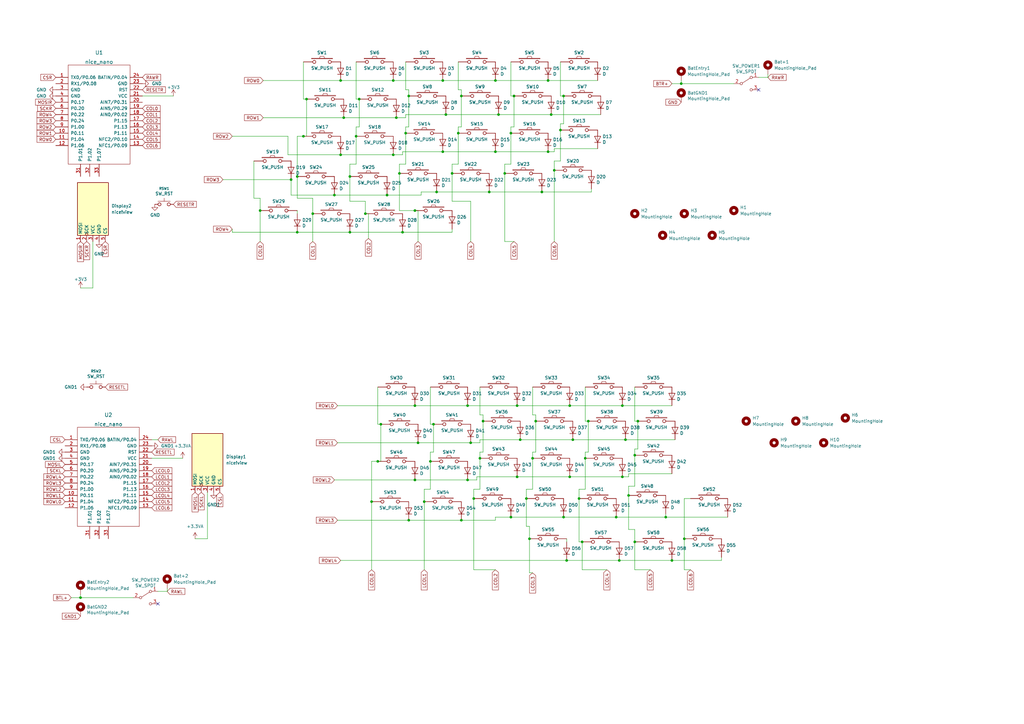
<source format=kicad_sch>
(kicad_sch (version 20211123) (generator eeschema)
  (paper "A3")
  (junction (at 161.29 63.5))
  (junction (at 255.27 166.37))
  (junction (at 170.18 166.37))
  (junction (at 232.41 229.87))
  (junction (at 128.27 87.63))
  (junction (at 163.83 71.12))
  (junction (at 198.12 172.72))
  (junction (at 124.46 55.88))
  (junction (at 173.99 205.74))
  (junction (at 273.05 212.09))
  (junction (at 119.38 73.66))
  (junction (at 217.17 220.98))
  (junction (at 233.68 166.37))
  (junction (at 252.73 212.09))
  (junction (at 161.29 33.02))
  (junction (at 143.51 72.39))
  (junction (at 146.05 55.88))
  (junction (at 167.64 213.36))
  (junction (at 240.03 187.96))
  (junction (at 162.56 48.26))
  (junction (at 200.66 78.74))
  (junction (at 224.79 33.02))
  (junction (at 233.68 195.58))
  (junction (at 166.37 54.61))
  (junction (at 260.35 186.69))
  (junction (at 165.1 95.25))
  (junction (at 106.68 86.36))
  (junction (at 176.53 189.23))
  (junction (at 167.64 39.37))
  (junction (at 213.36 180.34))
  (junction (at 147.32 40.64))
  (junction (at 137.16 80.01))
  (junction (at 181.61 33.02))
  (junction (at 158.75 80.01))
  (junction (at 275.59 229.87))
  (junction (at 257.81 203.2))
  (junction (at 279.4 34.29))
  (junction (at 209.55 54.61))
  (junction (at 193.04 181.61))
  (junction (at 237.49 204.47))
  (junction (at 143.51 95.25))
  (junction (at 182.88 46.99))
  (junction (at 121.92 95.25))
  (junction (at 256.54 180.34))
  (junction (at 212.09 166.37))
  (junction (at 261.62 172.72))
  (junction (at 254 229.87))
  (junction (at 229.87 53.34))
  (junction (at 227.33 69.85))
  (junction (at 187.96 54.61))
  (junction (at 189.23 213.36))
  (junction (at 177.8 173.99))
  (junction (at 210.82 39.37))
  (junction (at 280.67 220.98))
  (junction (at 234.95 180.34))
  (junction (at 222.25 78.74))
  (junction (at 139.7 63.5))
  (junction (at 140.97 48.26))
  (junction (at 171.45 181.61))
  (junction (at 149.86 87.63))
  (junction (at 219.71 172.72))
  (junction (at 154.94 189.23))
  (junction (at 241.3 172.72))
  (junction (at 260.35 222.25))
  (junction (at 203.2 62.23))
  (junction (at 33.02 245.11))
  (junction (at 209.55 212.09))
  (junction (at 152.4 205.74))
  (junction (at 226.06 46.99))
  (junction (at 212.09 195.58))
  (junction (at 204.47 46.99))
  (junction (at 231.14 39.37))
  (junction (at 207.01 71.12))
  (junction (at 238.76 222.25))
  (junction (at 191.77 196.85))
  (junction (at 156.21 173.99))
  (junction (at 121.92 72.39))
  (junction (at 189.23 39.37))
  (junction (at 194.31 204.47))
  (junction (at 255.27 195.58))
  (junction (at 170.18 86.36))
  (junction (at 125.73 40.64))
  (junction (at 179.07 78.74))
  (junction (at 191.77 166.37))
  (junction (at 196.85 187.96))
  (junction (at 185.42 71.12))
  (junction (at 215.9 204.47))
  (junction (at 203.2 33.02))
  (junction (at 218.44 187.96))
  (junction (at 231.14 212.09))
  (junction (at 139.7 33.02))
  (junction (at 170.18 196.85))
  (junction (at 224.79 62.23))
  (junction (at 181.61 62.23))
  (no_connect (at 64.77 247.65))
  (no_connect (at 311.15 36.83))
  (wire (pts (xy 234.95 180.34) (xy 256.54 180.34)))
  (wire (pts (xy 210.82 39.37) (xy 210.82 52.07)))
  (wire (pts (xy 64.77 180.34) (xy 62.23 180.34)))
  (wire (pts (xy 152.4 205.74) (xy 152.4 189.23)))
  (wire (pts (xy 146.05 25.4) (xy 146.05 40.64)))
  (wire (pts (xy 213.36 180.34) (xy 234.95 180.34)))
  (wire (pts (xy 314.96 31.75) (xy 314.96 30.48)))
  (wire (pts (xy 181.61 62.23) (xy 203.2 62.23)))
  (wire (pts (xy 166.37 54.61) (xy 166.37 67.31)))
  (wire (pts (xy 233.68 195.58) (xy 255.27 195.58)))
  (wire (pts (xy 187.96 67.31) (xy 185.42 67.31)))
  (wire (pts (xy 95.25 95.25) (xy 95.25 93.98)))
  (wire (pts (xy 227.33 66.04) (xy 227.33 69.85)))
  (wire (pts (xy 165.1 63.5) (xy 161.29 63.5)))
  (wire (pts (xy 121.92 95.25) (xy 143.51 95.25)))
  (wire (pts (xy 128.27 81.28) (xy 128.27 87.63)))
  (wire (pts (xy 166.37 46.99) (xy 166.37 48.26)))
  (wire (pts (xy 146.05 52.07) (xy 146.05 55.88)))
  (wire (pts (xy 212.09 166.37) (xy 233.68 166.37)))
  (wire (pts (xy 203.2 62.23) (xy 224.79 62.23)))
  (wire (pts (xy 275.59 194.31) (xy 257.81 194.31)))
  (wire (pts (xy 232.41 229.87) (xy 254 229.87)))
  (wire (pts (xy 260.35 233.68) (xy 266.7 233.68)))
  (wire (pts (xy 198.12 170.18) (xy 198.12 172.72)))
  (wire (pts (xy 187.96 25.4) (xy 187.96 36.83)))
  (wire (pts (xy 218.44 158.75) (xy 218.44 170.18)))
  (wire (pts (xy 229.87 39.37) (xy 231.14 39.37)))
  (wire (pts (xy 147.32 52.07) (xy 146.05 52.07)))
  (wire (pts (xy 179.07 78.74) (xy 200.66 78.74)))
  (wire (pts (xy 146.05 40.64) (xy 147.32 40.64)))
  (wire (pts (xy 138.43 166.37) (xy 170.18 166.37)))
  (wire (pts (xy 203.2 213.36) (xy 203.2 212.09)))
  (wire (pts (xy 232.41 220.98) (xy 232.41 222.25)))
  (wire (pts (xy 257.81 199.39) (xy 257.81 203.2)))
  (wire (pts (xy 275.59 34.29) (xy 279.4 34.29)))
  (wire (pts (xy 143.51 72.39) (xy 143.51 82.55)))
  (wire (pts (xy 138.43 181.61) (xy 171.45 181.61)))
  (wire (pts (xy 200.66 78.74) (xy 222.25 78.74)))
  (wire (pts (xy 219.71 172.72) (xy 219.71 185.42)))
  (wire (pts (xy 196.85 180.34) (xy 196.85 181.61)))
  (wire (pts (xy 238.76 233.68) (xy 248.92 233.68)))
  (wire (pts (xy 106.68 86.36) (xy 106.68 81.28)))
  (wire (pts (xy 149.86 82.55) (xy 149.86 87.63)))
  (wire (pts (xy 209.55 39.37) (xy 210.82 39.37)))
  (wire (pts (xy 121.92 81.28) (xy 128.27 81.28)))
  (wire (pts (xy 217.17 220.98) (xy 217.17 234.95)))
  (wire (pts (xy 196.85 185.42) (xy 196.85 187.96)))
  (wire (pts (xy 68.58 242.57) (xy 68.58 241.3)))
  (wire (pts (xy 167.64 36.83) (xy 167.64 39.37)))
  (wire (pts (xy 227.33 60.96) (xy 227.33 62.23)))
  (wire (pts (xy 143.51 82.55) (xy 149.86 82.55)))
  (wire (pts (xy 173.99 200.66) (xy 173.99 205.74)))
  (wire (pts (xy 152.4 205.74) (xy 152.4 233.68)))
  (wire (pts (xy 207.01 71.12) (xy 207.01 99.06)))
  (wire (pts (xy 218.44 200.66) (xy 215.9 200.66)))
  (wire (pts (xy 185.42 67.31) (xy 185.42 71.12)))
  (wire (pts (xy 207.01 67.31) (xy 207.01 71.12)))
  (wire (pts (xy 218.44 187.96) (xy 218.44 200.66)))
  (wire (pts (xy 107.95 48.26) (xy 140.97 48.26)))
  (wire (pts (xy 95.25 55.88) (xy 118.11 55.88)))
  (wire (pts (xy 187.96 36.83) (xy 189.23 36.83)))
  (wire (pts (xy 176.53 189.23) (xy 176.53 200.66)))
  (wire (pts (xy 143.51 67.31) (xy 146.05 67.31)))
  (wire (pts (xy 229.87 50.8) (xy 229.87 53.34)))
  (wire (pts (xy 121.92 86.36) (xy 121.92 87.63)))
  (wire (pts (xy 279.4 34.29) (xy 279.4 33.02)))
  (wire (pts (xy 156.21 173.99) (xy 156.21 189.23)))
  (wire (pts (xy 240.03 200.66) (xy 237.49 200.66)))
  (wire (pts (xy 194.31 200.66) (xy 194.31 204.47)))
  (wire (pts (xy 104.14 81.28) (xy 106.68 81.28)))
  (wire (pts (xy 128.27 87.63) (xy 128.27 99.06)))
  (wire (pts (xy 182.88 46.99) (xy 166.37 46.99)))
  (wire (pts (xy 260.35 199.39) (xy 257.81 199.39)))
  (wire (pts (xy 166.37 48.26) (xy 162.56 48.26)))
  (wire (pts (xy 245.11 60.96) (xy 227.33 60.96)))
  (wire (pts (xy 124.46 55.88) (xy 125.73 55.88)))
  (wire (pts (xy 204.47 46.99) (xy 226.06 46.99)))
  (wire (pts (xy 163.83 71.12) (xy 163.83 86.36)))
  (wire (pts (xy 280.67 233.68) (xy 283.21 233.68)))
  (wire (pts (xy 121.92 95.25) (xy 95.25 95.25)))
  (wire (pts (xy 124.46 40.64) (xy 125.73 40.64)))
  (wire (pts (xy 233.68 166.37) (xy 255.27 166.37)))
  (wire (pts (xy 170.18 196.85) (xy 191.77 196.85)))
  (wire (pts (xy 273.05 212.09) (xy 298.45 212.09)))
  (wire (pts (xy 173.99 205.74) (xy 173.99 233.68)))
  (wire (pts (xy 166.37 52.07) (xy 166.37 54.61)))
  (wire (pts (xy 167.64 52.07) (xy 166.37 52.07)))
  (wire (pts (xy 260.35 222.25) (xy 260.35 233.68)))
  (wire (pts (xy 143.51 95.25) (xy 165.1 95.25)))
  (wire (pts (xy 165.1 95.25) (xy 185.42 95.25)))
  (wire (pts (xy 124.46 25.4) (xy 124.46 40.64)))
  (wire (pts (xy 227.33 62.23) (xy 224.79 62.23)))
  (wire (pts (xy 275.59 229.87) (xy 295.91 229.87)))
  (wire (pts (xy 195.58 195.58) (xy 195.58 196.85)))
  (wire (pts (xy 283.21 204.47) (xy 280.67 204.47)))
  (wire (pts (xy 260.35 158.75) (xy 260.35 172.72)))
  (wire (pts (xy 185.42 71.12) (xy 185.42 82.55)))
  (wire (pts (xy 255.27 166.37) (xy 275.59 166.37)))
  (wire (pts (xy 140.97 48.26) (xy 162.56 48.26)))
  (wire (pts (xy 227.33 69.85) (xy 227.33 99.06)))
  (wire (pts (xy 210.82 52.07) (xy 209.55 52.07)))
  (wire (pts (xy 121.92 55.88) (xy 124.46 55.88)))
  (wire (pts (xy 261.62 172.72) (xy 261.62 184.15)))
  (wire (pts (xy 146.05 55.88) (xy 146.05 67.31)))
  (wire (pts (xy 154.94 189.23) (xy 156.21 189.23)))
  (wire (pts (xy 280.67 220.98) (xy 281.94 220.98)))
  (wire (pts (xy 189.23 36.83) (xy 189.23 39.37)))
  (wire (pts (xy 62.23 187.96) (xy 74.93 187.96)))
  (wire (pts (xy 29.21 245.11) (xy 33.02 245.11)))
  (wire (pts (xy 196.85 158.75) (xy 196.85 170.18)))
  (wire (pts (xy 171.45 86.36) (xy 171.45 99.06)))
  (wire (pts (xy 229.87 53.34) (xy 229.87 66.04)))
  (wire (pts (xy 209.55 67.31) (xy 207.01 67.31)))
  (wire (pts (xy 187.96 54.61) (xy 187.96 67.31)))
  (wire (pts (xy 260.35 217.17) (xy 260.35 222.25)))
  (wire (pts (xy 118.11 63.5) (xy 139.7 63.5)))
  (wire (pts (xy 260.35 172.72) (xy 261.62 172.72)))
  (wire (pts (xy 311.15 31.75) (xy 314.96 31.75)))
  (wire (pts (xy 196.85 181.61) (xy 193.04 181.61)))
  (wire (pts (xy 139.7 63.5) (xy 161.29 63.5)))
  (wire (pts (xy 194.31 204.47) (xy 194.31 233.68)))
  (wire (pts (xy 195.58 196.85) (xy 191.77 196.85)))
  (wire (pts (xy 194.31 233.68) (xy 203.2 233.68)))
  (wire (pts (xy 273.05 212.09) (xy 273.05 210.82)))
  (wire (pts (xy 261.62 222.25) (xy 260.35 222.25)))
  (wire (pts (xy 151.13 87.63) (xy 149.86 87.63)))
  (wire (pts (xy 215.9 204.47) (xy 215.9 215.9)))
  (wire (pts (xy 154.94 158.75) (xy 154.94 173.99)))
  (wire (pts (xy 167.64 213.36) (xy 189.23 213.36)))
  (wire (pts (xy 182.88 46.99) (xy 204.47 46.99)))
  (wire (pts (xy 138.43 213.36) (xy 167.64 213.36)))
  (wire (pts (xy 151.13 97.79) (xy 151.13 87.63)))
  (wire (pts (xy 196.85 170.18) (xy 198.12 170.18)))
  (wire (pts (xy 213.36 180.34) (xy 196.85 180.34)))
  (wire (pts (xy 107.95 33.02) (xy 139.7 33.02)))
  (wire (pts (xy 280.67 204.47) (xy 280.67 220.98)))
  (wire (pts (xy 219.71 170.18) (xy 219.71 172.72)))
  (wire (pts (xy 261.62 184.15) (xy 260.35 184.15)))
  (wire (pts (xy 242.57 78.74) (xy 242.57 77.47)))
  (wire (pts (xy 237.49 200.66) (xy 237.49 204.47)))
  (wire (pts (xy 256.54 180.34) (xy 276.86 180.34)))
  (wire (pts (xy 170.18 86.36) (xy 171.45 86.36)))
  (wire (pts (xy 147.32 40.64) (xy 147.32 52.07)))
  (wire (pts (xy 121.92 72.39) (xy 121.92 81.28)))
  (wire (pts (xy 209.55 25.4) (xy 209.55 39.37)))
  (wire (pts (xy 226.06 46.99) (xy 246.38 46.99)))
  (wire (pts (xy 222.25 78.74) (xy 242.57 78.74)))
  (wire (pts (xy 279.4 34.29) (xy 300.99 34.29)))
  (wire (pts (xy 163.83 67.31) (xy 163.83 71.12)))
  (wire (pts (xy 189.23 39.37) (xy 189.23 52.07)))
  (wire (pts (xy 185.42 82.55) (xy 193.04 82.55)))
  (wire (pts (xy 104.14 66.04) (xy 104.14 81.28)))
  (wire (pts (xy 187.96 52.07) (xy 187.96 54.61)))
  (wire (pts (xy 58.42 39.37) (xy 71.12 39.37)))
  (wire (pts (xy 33.02 245.11) (xy 54.61 245.11)))
  (wire (pts (xy 237.49 222.25) (xy 238.76 222.25)))
  (wire (pts (xy 137.16 80.01) (xy 119.38 80.01)))
  (wire (pts (xy 207.01 99.06) (xy 210.82 99.06)))
  (wire (pts (xy 177.8 185.42) (xy 176.53 185.42)))
  (wire (pts (xy 172.72 80.01) (xy 172.72 78.74)))
  (wire (pts (xy 260.35 184.15) (xy 260.35 186.69)))
  (wire (pts (xy 240.03 172.72) (xy 241.3 172.72)))
  (wire (pts (xy 219.71 185.42) (xy 218.44 185.42)))
  (wire (pts (xy 106.68 86.36) (xy 106.68 99.06)))
  (wire (pts (xy 85.09 201.93) (xy 85.09 220.98)))
  (wire (pts (xy 173.99 200.66) (xy 176.53 200.66)))
  (wire (pts (xy 218.44 170.18) (xy 219.71 170.18)))
  (wire (pts (xy 137.16 80.01) (xy 158.75 80.01)))
  (wire (pts (xy 229.87 25.4) (xy 229.87 39.37)))
  (wire (pts (xy 218.44 185.42) (xy 218.44 187.96)))
  (wire (pts (xy 152.4 189.23) (xy 154.94 189.23)))
  (wire (pts (xy 158.75 80.01) (xy 172.72 80.01)))
  (wire (pts (xy 166.37 36.83) (xy 167.64 36.83)))
  (wire (pts (xy 172.72 78.74) (xy 179.07 78.74)))
  (wire (pts (xy 217.17 220.98) (xy 217.17 215.9)))
  (wire (pts (xy 257.81 195.58) (xy 255.27 195.58)))
  (wire (pts (xy 238.76 222.25) (xy 238.76 233.68)))
  (wire (pts (xy 193.04 82.55) (xy 193.04 99.06)))
  (wire (pts (xy 215.9 215.9) (xy 217.17 215.9)))
  (wire (pts (xy 118.11 55.88) (xy 118.11 63.5)))
  (wire (pts (xy 260.35 186.69) (xy 260.35 199.39)))
  (wire (pts (xy 231.14 50.8) (xy 229.87 50.8)))
  (wire (pts (xy 163.83 86.36) (xy 170.18 86.36)))
  (wire (pts (xy 191.77 166.37) (xy 212.09 166.37)))
  (wire (pts (xy 181.61 33.02) (xy 203.2 33.02)))
  (wire (pts (xy 125.73 40.64) (xy 125.73 55.88)))
  (wire (pts (xy 231.14 212.09) (xy 252.73 212.09)))
  (wire (pts (xy 121.92 72.39) (xy 121.92 55.88)))
  (wire (pts (xy 64.77 242.57) (xy 68.58 242.57)))
  (wire (pts (xy 203.2 33.02) (xy 224.79 33.02)))
  (wire (pts (xy 139.7 33.02) (xy 161.29 33.02)))
  (wire (pts (xy 189.23 52.07) (xy 187.96 52.07)))
  (wire (pts (xy 181.61 62.23) (xy 165.1 62.23)))
  (wire (pts (xy 209.55 52.07) (xy 209.55 54.61)))
  (wire (pts (xy 240.03 185.42) (xy 240.03 187.96)))
  (wire (pts (xy 38.1 118.11) (xy 33.02 118.11)))
  (wire (pts (xy 139.7 229.87) (xy 232.41 229.87)))
  (wire (pts (xy 154.94 173.99) (xy 156.21 173.99)))
  (wire (pts (xy 212.09 195.58) (xy 233.68 195.58)))
  (wire (pts (xy 198.12 185.42) (xy 196.85 185.42)))
  (wire (pts (xy 241.3 172.72) (xy 241.3 185.42)))
  (wire (pts (xy 38.1 99.06) (xy 38.1 118.11)))
  (wire (pts (xy 229.87 66.04) (xy 227.33 66.04)))
  (wire (pts (xy 280.67 220.98) (xy 280.67 233.68)))
  (wire (pts (xy 119.38 80.01) (xy 119.38 73.66)))
  (wire (pts (xy 295.91 229.87) (xy 295.91 228.6)))
  (wire (pts (xy 198.12 172.72) (xy 198.12 185.42)))
  (wire (pts (xy 166.37 25.4) (xy 166.37 36.83)))
  (wire (pts (xy 170.18 166.37) (xy 191.77 166.37)))
  (wire (pts (xy 166.37 67.31) (xy 163.83 67.31)))
  (wire (pts (xy 240.03 187.96) (xy 240.03 200.66)))
  (wire (pts (xy 176.53 173.99) (xy 177.8 173.99)))
  (wire (pts (xy 176.53 158.75) (xy 176.53 173.99)))
  (wire (pts (xy 176.53 185.42) (xy 176.53 189.23)))
  (wire (pts (xy 143.51 67.31) (xy 143.51 72.39)))
  (wire (pts (xy 85.09 220.98) (xy 80.01 220.98)))
  (wire (pts (xy 196.85 200.66) (xy 194.31 200.66)))
  (wire (pts (xy 254 229.87) (xy 275.59 229.87)))
  (wire (pts (xy 237.49 204.47) (xy 237.49 222.25)))
  (wire (pts (xy 33.02 245.11) (xy 33.02 243.84)))
  (wire (pts (xy 209.55 54.61) (xy 209.55 67.31)))
  (wire (pts (xy 252.73 212.09) (xy 273.05 212.09)))
  (wire (pts (xy 171.45 181.61) (xy 193.04 181.61)))
  (wire (pts (xy 189.23 213.36) (xy 203.2 213.36)))
  (wire (pts (xy 240.03 158.75) (xy 240.03 172.72)))
  (wire (pts (xy 185.42 95.25) (xy 185.42 93.98)))
  (wire (pts (xy 177.8 173.99) (xy 177.8 185.42)))
  (wire (pts (xy 217.17 234.95) (xy 218.44 234.95)))
  (wire (pts (xy 231.14 39.37) (xy 231.14 50.8)))
  (wire (pts (xy 212.09 195.58) (xy 195.58 195.58)))
  (wire (pts (xy 137.16 196.85) (xy 170.18 196.85)))
  (wire (pts (xy 257.81 194.31) (xy 257.81 195.58)))
  (wire (pts (xy 224.79 33.02) (xy 245.11 33.02)))
  (wire (pts (xy 167.64 39.37) (xy 167.64 52.07)))
  (wire (pts (xy 161.29 33.02) (xy 181.61 33.02)))
  (wire (pts (xy 119.38 73.66) (xy 91.44 73.66)))
  (wire (pts (xy 203.2 212.09) (xy 209.55 212.09)))
  (wire (pts (xy 241.3 185.42) (xy 240.03 185.42)))
  (wire (pts (xy 257.81 217.17) (xy 260.35 217.17)))
  (wire (pts (xy 257.81 203.2) (xy 257.81 217.17)))
  (wire (pts (xy 196.85 187.96) (xy 196.85 200.66)))
  (wire (pts (xy 209.55 212.09) (xy 231.14 212.09)))
  (wire (pts (xy 215.9 200.66) (xy 215.9 204.47)))
  (wire (pts (xy 165.1 62.23) (xy 165.1 63.5)))
  (global_label "ROW0" (shape input) (at 22.86 57.15 180) (property "Intersheet References" "${INTERSHEET_REFS}" (effects hide)))
  (global_label "LCOL5" (shape input) (at 266.7 233.68 270) (property "Intersheet References" "${INTERSHEET_REFS}" (effects hide)))
  (global_label "COL3" (shape input) (at 171.45 99.06 270) (property "Intersheet References" "${INTERSHEET_REFS}" (effects hide)))
  (global_label "ROWL0" (shape input) (at 138.43 166.37 180) (property "Intersheet References" "${INTERSHEET_REFS}" (effects hide)))
  (global_label "GND1" (shape input) (at 33.02 252.73 180) (property "Intersheet References" "${INTERSHEET_REFS}" (effects hide)))
  (global_label "SCKR" (shape input) (at 22.86 44.45 180) (property "Intersheet References" "${INTERSHEET_REFS}" (effects hide)))
  (global_label "ROW2" (shape input) (at 22.86 52.07 180) (property "Intersheet References" "${INTERSHEET_REFS}" (effects hide)))
  (global_label "ROWL4" (shape input) (at 139.7 229.87 180) (property "Intersheet References" "${INTERSHEET_REFS}" (effects hide)))
  (global_label "COL3" (shape input) (at 58.42 52.07 0) (property "Intersheet References" "${INTERSHEET_REFS}" (effects hide)))
  (global_label "SCKR" (shape input) (at 35.56 99.06 270) (property "Intersheet References" "${INTERSHEET_REFS}" (effects hide)))
  (global_label "RESETL" (shape input) (at 43.18 158.75 0) (property "Intersheet References" "${INTERSHEET_REFS}" (effects hide)))
  (global_label "LCOL1" (shape input) (at 173.99 233.68 270) (property "Intersheet References" "${INTERSHEET_REFS}" (effects hide)))
  (global_label "RAWR" (shape input) (at 314.96 31.75 0) (property "Intersheet References" "${INTERSHEET_REFS}" (effects hide)))
  (global_label "MOSIR" (shape input) (at 22.86 41.91 180) (property "Intersheet References" "${INTERSHEET_REFS}" (effects hide)))
  (global_label "RESETR" (shape input) (at 58.42 36.83 0) (property "Intersheet References" "${INTERSHEET_REFS}" (effects hide)))
  (global_label "LCOL0" (shape input) (at 152.4 233.68 270) (property "Intersheet References" "${INTERSHEET_REFS}" (effects hide)))
  (global_label "COL6" (shape input) (at 58.42 59.69 0) (property "Intersheet References" "${INTERSHEET_REFS}" (effects hide)))
  (global_label "LCOL4" (shape input) (at 62.23 203.2 0) (property "Intersheet References" "${INTERSHEET_REFS}" (effects hide)))
  (global_label "ROWL1" (shape input) (at 26.67 203.2 180) (property "Intersheet References" "${INTERSHEET_REFS}" (effects hide)))
  (global_label "COL6" (shape input) (at 227.33 99.06 270) (property "Intersheet References" "${INTERSHEET_REFS}" (effects hide)))
  (global_label "MOSIR" (shape input) (at 33.02 99.06 270) (property "Intersheet References" "${INTERSHEET_REFS}" (effects hide)))
  (global_label "RAWR" (shape input) (at 58.42 31.75 0) (property "Intersheet References" "${INTERSHEET_REFS}" (effects hide)))
  (global_label "LCOL4" (shape input) (at 248.92 233.68 270) (property "Intersheet References" "${INTERSHEET_REFS}" (effects hide)))
  (global_label "COL4" (shape input) (at 193.04 99.06 270) (property "Intersheet References" "${INTERSHEET_REFS}" (effects hide)))
  (global_label "RESETR" (shape input) (at 71.12 83.82 0) (property "Intersheet References" "${INTERSHEET_REFS}" (effects hide)))
  (global_label "ROWL2" (shape input) (at 137.16 196.85 180) (property "Intersheet References" "${INTERSHEET_REFS}" (effects hide)))
  (global_label "COL5" (shape input) (at 210.82 99.06 270) (property "Intersheet References" "${INTERSHEET_REFS}" (effects hide)))
  (global_label "ROWL3" (shape input) (at 138.43 213.36 180) (property "Intersheet References" "${INTERSHEET_REFS}" (effects hide)))
  (global_label "RAWL" (shape input) (at 68.58 242.57 0) (property "Intersheet References" "${INTERSHEET_REFS}" (effects hide)))
  (global_label "LCOL3" (shape input) (at 218.44 234.95 270) (property "Intersheet References" "${INTERSHEET_REFS}" (effects hide)))
  (global_label "ROWL4" (shape input) (at 26.67 195.58 180) (property "Intersheet References" "${INTERSHEET_REFS}" (effects hide)))
  (global_label "COL5" (shape input) (at 58.42 57.15 0) (property "Intersheet References" "${INTERSHEET_REFS}" (effects hide)))
  (global_label "LCOL6" (shape input) (at 62.23 208.28 0) (property "Intersheet References" "${INTERSHEET_REFS}" (effects hide)))
  (global_label "LCOL5" (shape input) (at 62.23 205.74 0) (property "Intersheet References" "${INTERSHEET_REFS}" (effects hide)))
  (global_label "COL1" (shape input) (at 128.27 99.06 270) (property "Intersheet References" "${INTERSHEET_REFS}" (effects hide)))
  (global_label "LCOL3" (shape input) (at 62.23 200.66 0) (property "Intersheet References" "${INTERSHEET_REFS}" (effects hide)))
  (global_label "CSR" (shape input) (at 22.86 31.75 180) (property "Intersheet References" "${INTERSHEET_REFS}" (effects hide)))
  (global_label "MOSIL" (shape input) (at 80.01 201.93 270) (property "Intersheet References" "${INTERSHEET_REFS}" (effects hide)))
  (global_label "LCOL2" (shape input) (at 203.2 233.68 270) (property "Intersheet References" "${INTERSHEET_REFS}" (effects hide)))
  (global_label "ROWL1" (shape input) (at 138.43 181.61 180) (property "Intersheet References" "${INTERSHEET_REFS}" (effects hide)))
  (global_label "COL2" (shape input) (at 151.13 97.79 270) (property "Intersheet References" "${INTERSHEET_REFS}" (effects hide)))
  (global_label "GND" (shape input) (at 279.4 41.91 180) (property "Intersheet References" "${INTERSHEET_REFS}" (effects hide)))
  (global_label "CSL" (shape input) (at 90.17 201.93 270) (property "Intersheet References" "${INTERSHEET_REFS}" (effects hide)))
  (global_label "LCOL2" (shape input) (at 62.23 198.12 0) (property "Intersheet References" "${INTERSHEET_REFS}" (effects hide)))
  (global_label "ROW3" (shape input) (at 91.44 73.66 180) (property "Intersheet References" "${INTERSHEET_REFS}" (effects hide)))
  (global_label "COL2" (shape input) (at 58.42 49.53 0) (property "Intersheet References" "${INTERSHEET_REFS}" (effects hide)))
  (global_label "ROW4" (shape input) (at 95.25 93.98 180) (property "Intersheet References" "${INTERSHEET_REFS}" (effects hide)))
  (global_label "ROWL2" (shape input) (at 26.67 200.66 180) (property "Intersheet References" "${INTERSHEET_REFS}" (effects hide)))
  (global_label "MOSIL" (shape input) (at 26.67 190.5 180) (property "Intersheet References" "${INTERSHEET_REFS}" (effects hide)))
  (global_label "RAWL" (shape input) (at 64.77 180.34 0) (property "Intersheet References" "${INTERSHEET_REFS}" (effects hide)))
  (global_label "LCOL1" (shape input) (at 62.23 195.58 0) (property "Intersheet References" "${INTERSHEET_REFS}" (effects hide)))
  (global_label "LCOL0" (shape input) (at 62.23 193.04 0) (property "Intersheet References" "${INTERSHEET_REFS}" (effects hide)))
  (global_label "COL1" (shape input) (at 58.42 46.99 0) (property "Intersheet References" "${INTERSHEET_REFS}" (effects hide)))
  (global_label "CSL" (shape input) (at 26.67 180.34 180) (property "Intersheet References" "${INTERSHEET_REFS}" (effects hide)))
  (global_label "ROW4" (shape input) (at 22.86 46.99 180) (property "Intersheet References" "${INTERSHEET_REFS}" (effects hide)))
  (global_label "ROW0" (shape input) (at 107.95 33.02 180) (property "Intersheet References" "${INTERSHEET_REFS}" (effects hide)))
  (global_label "SCKL" (shape input) (at 26.67 193.04 180) (property "Intersheet References" "${INTERSHEET_REFS}" (effects hide)))
  (global_label "COL4" (shape input) (at 58.42 54.61 0) (property "Intersheet References" "${INTERSHEET_REFS}" (effects hide)))
  (global_label "COL0" (shape input) (at 106.68 99.06 270) (property "Intersheet References" "${INTERSHEET_REFS}" (effects hide)))
  (global_label "SCKL" (shape input) (at 82.55 201.93 270) (property "Intersheet References" "${INTERSHEET_REFS}" (effects hide)))
  (global_label "ROW2" (shape input) (at 95.25 55.88 180) (property "Intersheet References" "${INTERSHEET_REFS}" (effects hide)))
  (global_label "ROW1" (shape input) (at 107.95 48.26 180) (property "Intersheet References" "${INTERSHEET_REFS}" (effects hide)))
  (global_label "ROWL3" (shape input) (at 26.67 198.12 180) (property "Intersheet References" "${INTERSHEET_REFS}" (effects hide)))
  (global_label "COL0" (shape input) (at 58.42 44.45 0) (property "Intersheet References" "${INTERSHEET_REFS}" (effects hide)))
  (global_label "LCOL6" (shape input) (at 283.21 233.68 270) (property "Intersheet References" "${INTERSHEET_REFS}" (effects hide)))
  (global_label "RESETL" (shape input) (at 62.23 185.42 0) (property "Intersheet References" "${INTERSHEET_REFS}" (effects hide)))
  (global_label "ROWL0" (shape input) (at 26.67 205.74 180) (property "Intersheet References" "${INTERSHEET_REFS}" (effects hide)))
  (global_label "BTL+" (shape input) (at 29.21 245.11 180) (property "Intersheet References" "${INTERSHEET_REFS}" (effects hide)))
  (global_label "CSR" (shape input) (at 43.18 99.06 270) (property "Intersheet References" "${INTERSHEET_REFS}" (effects hide)))
  (global_label "ROW3" (shape input) (at 22.86 49.53 180) (property "Intersheet References" "${INTERSHEET_REFS}" (effects hide)))
  (global_label "BTR+" (shape input) (at 275.59 34.29 180) (property "Intersheet References" "${INTERSHEET_REFS}" (effects hide)))
  (global_label "ROW1" (shape input) (at 22.86 54.61 180) (property "Intersheet References" "${INTERSHEET_REFS}" (effects hide)))
  (symbol (lib_id "power:GND1") (at 87.63 201.93 0) (unit 1)
    (property "Reference" "#PWR0110" (effects hide))
    (property "Value" "GND1" (at 87.63 207.01 0))
  )
  (symbol (lib_id "Lily58_Pro-rescue:D-Lily58-cache") (at 193.04 177.8 90) (unit 1)
    (property "Reference" "D41" (at 195.0466 176.6316 90) (effects (justify right)))
    (property "Value" "D" (at 195.0466 178.943 90) (effects (justify right)))
    (property "Footprint" "RunType58:Diode_TH_SOD123" (effects hide))
  )
  (symbol (lib_id "Mechanical:MountingHole_Pad") (at 33.02 250.19 0) (unit 1)
    (property "Reference" "BatGND2" (at 35.56 248.9454 0) (effects (justify left)))
    (property "Value" "MountingHole_Pad" (at 35.56 251.2568 0) (effects (justify left)))
    (property "Footprint" "nicenan0_v2:1pin_Battery" (effects hide))
  )
  (symbol (lib_id "Lily58_Pro-rescue:D-Lily58-cache") (at 139.7 59.69 90) (unit 1)
    (property "Reference" "D17" (at 141.7066 58.5216 90) (effects (justify right)))
    (property "Value" "D" (at 141.7066 60.833 90) (effects (justify right)))
    (property "Footprint" "RunType58:Diode_TH_SOD123" (effects hide))
  )
  (symbol (lib_id "Lily58_Pro-rescue:D-Lily58-cache") (at 273.05 207.01 90) (unit 1)
    (property "Reference" "D48" (at 275.0566 205.8416 90) (effects (justify right)))
    (property "Value" "D" (at 275.0566 208.153 90) (effects (justify right)))
    (property "Footprint" "RunType58:Diode_TH_SOD123" (effects hide))
  )
  (symbol (lib_id "power:GND") (at 58.42 34.29 90) (unit 1)
    (property "Reference" "#PWR0112" (effects hide))
    (property "Value" "GND" (at 62.23 34.2899 90) (effects (justify right)))
  )
  (symbol (lib_id "Lily58_Pro-rescue:D-Lily58-cache") (at 245.11 29.21 90) (unit 1)
    (property "Reference" "D2" (at 247.1166 28.0416 90) (effects (justify right)))
    (property "Value" "D" (at 247.1166 30.353 90) (effects (justify right)))
    (property "Footprint" "RunType58:Diode_TH_SOD123" (effects hide))
  )
  (symbol (lib_id "Lily58_Pro-rescue:D-Lily58-cache") (at 161.29 59.69 90) (unit 1)
    (property "Reference" "D18" (at 163.2966 58.5216 90) (effects (justify right)))
    (property "Value" "D" (at 163.2966 60.833 90) (effects (justify right)))
    (property "Footprint" "RunType58:Diode_TH_SOD123" (effects hide))
  )
  (symbol (lib_id "Lily58_Pro-rescue:D-Lily58-cache") (at 191.77 193.04 90) (unit 1)
    (property "Reference" "D47" (at 193.7766 191.8716 90) (effects (justify right)))
    (property "Value" "D" (at 193.7766 194.183 90) (effects (justify right)))
    (property "Footprint" "RunType58:Diode_TH_SOD123" (effects hide))
  )
  (symbol (lib_id "Lily58_Pro-rescue:D-Lily58-cache") (at 167.64 209.55 90) (unit 1)
    (property "Reference" "D53" (at 169.6466 208.3816 90) (effects (justify right)))
    (property "Value" "D" (at 169.6466 210.693 90) (effects (justify right)))
    (property "Footprint" "RunType58:Diode_TH_SOD123" (effects hide))
  )
  (symbol (lib_id "Lily58_Pro-rescue:D-Lily58-cache") (at 276.86 176.53 90) (unit 1)
    (property "Reference" "D39" (at 278.8666 175.3616 90) (effects (justify right)))
    (property "Value" "D" (at 278.8666 177.673 90) (effects (justify right)))
    (property "Footprint" "RunType58:Diode_TH_SOD123" (effects hide))
  )
  (symbol (lib_id "Lily58_Pro-rescue:SW_RST-Lily58-cache") (at 67.31 83.82 0) (unit 1)
    (property "Reference" "RSW1" (at 67.31 77.3176 0) (effects (font (size 1.016 1.016))))
    (property "Value" "SW_RST" (at 67.31 79.4258 0))
    (property "Footprint" "RunType58:TACT_SWITCH_TVBP06" (effects hide))
  )
  (symbol (lib_id "Lily58_Pro-rescue:SW_PUSH-Lily58-cache") (at 226.06 187.96 0) (unit 1)
    (property "Reference" "SW44" (at 226.06 184.15 0))
    (property "Value" "SW_PUSH" (at 226.06 190.5 0))
    (property "Footprint" "RunType58:CherryMX_KailhLowProfile_Hotswap" (effects hide))
  )
  (symbol (lib_id "Lily58_Pro-rescue:D-Lily58-cache") (at 203.2 29.21 90) (unit 1)
    (property "Reference" "D4" (at 205.2066 28.0416 90) (effects (justify right)))
    (property "Value" "D" (at 205.2066 30.353 90) (effects (justify right)))
    (property "Footprint" "RunType58:Diode_TH_SOD123" (effects hide))
  )
  (symbol (lib_id "Lily58_Pro-rescue:SW_RST-Lily58-cache") (at 39.37 158.75 0) (unit 1)
    (property "Reference" "RSW2" (at 39.37 152.2476 0) (effects (font (size 1.016 1.016))))
    (property "Value" "SW_RST" (at 39.37 154.3558 0))
    (property "Footprint" "RunType58:TACT_SWITCH_TVBP06" (effects hide))
  )
  (symbol (lib_id "Lily58_Pro-rescue:D-Lily58-cache") (at 203.2 58.42 90) (unit 1)
    (property "Reference" "D15" (at 205.2066 57.2516 90) (effects (justify right)))
    (property "Value" "D" (at 205.2066 59.563 90) (effects (justify right)))
    (property "Footprint" "RunType58:Diode_TH_SOD123" (effects hide))
  )
  (symbol (lib_id "Lily58_Pro-rescue:D-Lily58-cache") (at 200.66 74.93 90) (unit 1)
    (property "Reference" "D22" (at 202.6666 73.7616 90) (effects (justify right)))
    (property "Value" "D" (at 202.6666 76.073 90) (effects (justify right)))
    (property "Footprint" "RunType58:Diode_TH_SOD123" (effects hide))
  )
  (symbol (lib_id "Lily58_Pro-rescue:SW_PUSH-Lily58-cache") (at 214.63 71.12 0) (unit 1)
    (property "Reference" "SW23" (at 214.63 67.31 0))
    (property "Value" "SW_PUSH" (at 214.63 73.66 0))
    (property "Footprint" "RunType58:CherryMX_KailhLowProfile_Hotswap" (effects hide))
  )
  (symbol (lib_id "Switch:SW_SPDT") (at 306.07 34.29 0) (unit 1)
    (property "Reference" "SW_POWER1" (at 306.07 27.051 0))
    (property "Value" "SW_SPDT" (at 306.07 29.3624 0))
    (property "Footprint" "nicenano2:SPDT_C128955" (effects hide))
  )
  (symbol (lib_id "Lily58_Pro-rescue:SW_PUSH-Lily58-cache") (at 129.54 72.39 0) (unit 1)
    (property "Reference" "SW24" (at 129.54 68.58 0))
    (property "Value" "SW_PUSH" (at 129.54 74.93 0))
    (property "Footprint" "RunType58:CherryMX_KailhLowProfile_Hotswap" (effects hide))
  )
  (symbol (lib_id "Lily58_Pro-rescue:D-Lily58-cache") (at 212.09 191.77 90) (unit 1)
    (property "Reference" "D43" (at 214.0966 190.6016 90) (effects (justify right)))
    (property "Value" "D" (at 214.0966 192.913 90) (effects (justify right)))
    (property "Footprint" "RunType58:Diode_TH_SOD123" (effects hide))
  )
  (symbol (lib_id "Lily58_Pro-rescue:D-Lily58-cache") (at 233.68 162.56 90) (unit 1)
    (property "Reference" "D33" (at 235.6866 161.3916 90) (effects (justify right)))
    (property "Value" "D" (at 235.6866 163.703 90) (effects (justify right)))
    (property "Footprint" "RunType58:Diode_TH_SOD123" (effects hide))
  )
  (symbol (lib_id "Lily58_Pro-rescue:D-Lily58-cache") (at 170.18 162.56 90) (unit 1)
    (property "Reference" "D30" (at 172.1866 161.3916 90) (effects (justify right)))
    (property "Value" "D" (at 172.1866 163.703 90) (effects (justify right)))
    (property "Footprint" "RunType58:Diode_TH_SOD123" (effects hide))
  )
  (symbol (lib_id "Mechanical:MountingHole_Pad") (at 314.96 27.94 0) (unit 1)
    (property "Reference" "Bat+1" (at 317.5 25.3999 0) (effects (justify left)))
    (property "Value" "MountingHole_Pad" (at 317.5 27.9399 0) (effects (justify left)))
    (property "Footprint" "nicenan0_v2:1pin_Battery" (effects hide))
  )
  (symbol (lib_id "power:GND1") (at 26.67 187.96 270) (unit 1)
    (property "Reference" "#PWR0108" (effects hide))
    (property "Value" "GND1" (at 22.86 187.9599 90) (effects (justify right)))
  )
  (symbol (lib_id "Lily58_Pro-rescue:SW_PUSH-Lily58-cache") (at 224.79 220.98 0) (unit 1)
    (property "Reference" "SW55" (at 224.79 217.17 0))
    (property "Value" "SW_PUSH" (at 224.79 223.52 0))
    (property "Footprint" "RunType58:CherryMX_KailhLowProfile_Hotswap" (effects hide))
  )
  (symbol (lib_id "Mechanical:MountingHole") (at 306.07 172.72 0) (unit 1)
    (property "Reference" "H7" (at 308.61 171.4499 0) (effects (justify left)))
    (property "Value" "MountingHole" (at 308.61 173.9899 0) (effects (justify left)))
    (property "Footprint" "MountingHole:MountingHole_2.5mm_Pad" (effects hide))
  )
  (symbol (lib_id "Lily58_Pro-rescue:SW_PUSH-Lily58-cache") (at 237.49 53.34 0) (unit 1)
    (property "Reference" "SW13" (at 237.49 49.53 0))
    (property "Value" "SW_PUSH" (at 237.49 55.88 0))
    (property "Footprint" "RunType58:CherryMX_KailhLowProfile_Hotswap" (effects hide))
  )
  (symbol (lib_id "Lily58_Pro-rescue:SW_PUSH-Lily58-cache") (at 184.15 189.23 0) (unit 1)
    (property "Reference" "SW47" (at 184.15 185.42 0))
    (property "Value" "SW_PUSH" (at 184.15 191.77 0))
    (property "Footprint" "RunType58:CherryMX_KailhLowProfile_Hotswap" (effects hide))
  )
  (symbol (lib_id "Lily58_Pro-rescue:D-Lily58-cache") (at 119.38 69.85 90) (unit 1)
    (property "Reference" "D19" (at 121.3866 68.6816 90) (effects (justify right)))
    (property "Value" "D" (at 121.3866 70.993 90) (effects (justify right)))
    (property "Footprint" "RunType58:Diode_TH_SOD123" (effects hide))
  )
  (symbol (lib_id "Lily58_Pro-rescue:GND-Lily58-cache") (at 63.5 83.82 0) (unit 1)
    (property "Reference" "#PWR01" (effects hide))
    (property "Value" "GND" (at 63.627 88.2142 0))
  )
  (symbol (lib_id "Lily58_Pro-rescue:D-Lily58-cache") (at 232.41 226.06 90) (unit 1)
    (property "Reference" "D56" (at 234.4166 224.8916 90) (effects (justify right)))
    (property "Value" "D" (at 234.4166 227.203 90) (effects (justify right)))
    (property "Footprint" "RunType58:Diode_TH_SOD123" (effects hide))
  )
  (symbol (lib_id "Lily58_Pro-rescue:SW_PUSH-Lily58-cache") (at 265.43 203.2 0) (unit 1)
    (property "Reference" "SW48" (at 265.43 199.39 0))
    (property "Value" "SW_PUSH" (at 265.43 205.74 0))
    (property "Footprint" "RunType58:CherryMX_KailhLowProfile_Hotswap" (effects hide))
  )
  (symbol (lib_id "Lily58_Pro-rescue:SW_PUSH-Lily58-cache") (at 153.67 25.4 0) (unit 1)
    (property "Reference" "SW6" (at 153.67 21.59 0))
    (property "Value" "SW_PUSH" (at 153.67 27.94 0))
    (property "Footprint" "RunType58:CherryMX_KailhLowProfile_Hotswap" (effects hide))
  )
  (symbol (lib_id "power:+3.3V") (at 33.02 118.11 0) (unit 1)
    (property "Reference" "#PWR0104" (effects hide))
    (property "Value" "+3.3V" (at 33.02 114.5342 0))
  )
  (symbol (lib_id "Lily58_Pro-rescue:D-Lily58-cache") (at 161.29 29.21 90) (unit 1)
    (property "Reference" "D6" (at 163.2966 28.0416 90) (effects (justify right)))
    (property "Value" "D" (at 163.2966 30.353 90) (effects (justify right)))
    (property "Footprint" "RunType58:Diode_TH_SOD123" (effects hide))
  )
  (symbol (lib_id "Lily58_Pro-rescue:SW_PUSH-Lily58-cache") (at 247.65 158.75 0) (unit 1)
    (property "Reference" "SW34" (at 247.65 154.94 0))
    (property "Value" "SW_PUSH" (at 247.65 161.29 0))
    (property "Footprint" "RunType58:CherryMX_KailhLowProfile_Hotswap" (effects hide))
  )
  (symbol (lib_id "Lily58_Pro-rescue:SW_PUSH-Lily58-cache") (at 153.67 55.88 0) (unit 1)
    (property "Reference" "SW18" (at 153.67 52.07 0))
    (property "Value" "SW_PUSH" (at 153.67 58.42 0))
    (property "Footprint" "RunType58:CherryMX_KailhLowProfile_Hotswap" (effects hide))
  )
  (symbol (lib_id "Lily58_Pro-rescue:SW_PUSH-Lily58-cache") (at 288.29 220.98 0) (unit 1)
    (property "Reference" "SW56" (at 288.29 217.17 0))
    (property "Value" "SW_PUSH" (at 288.29 223.52 0))
    (property "Footprint" "RunType58:CherryMX_KailhLowProfile_Hotswap" (effects hide))
  )
  (symbol (lib_id "Lily58_Pro-rescue:D-Lily58-cache") (at 170.18 193.04 90) (unit 1)
    (property "Reference" "D46" (at 172.1866 191.8716 90) (effects (justify right)))
    (property "Value" "D" (at 172.1866 194.183 90) (effects (justify right)))
    (property "Footprint" "RunType58:Diode_TH_SOD123" (effects hide))
  )
  (symbol (lib_id "Lily58_Pro-rescue:SW_PUSH-Lily58-cache") (at 290.83 204.47 0) (unit 1)
    (property "Reference" "SW52" (at 290.83 200.66 0))
    (property "Value" "SW_PUSH" (at 290.83 207.01 0))
    (property "Footprint" "RunType58:CherryMX_KailhLowProfile_Hotswap" (effects hide))
  )
  (symbol (lib_id "Lily58_Pro-rescue:SW_PUSH-Lily58-cache") (at 135.89 87.63 0) (unit 1)
    (property "Reference" "SW27" (at 135.89 83.82 0))
    (property "Value" "SW_PUSH" (at 135.89 90.17 0))
    (property "Footprint" "RunType58:CherryMX_KailhLowProfile_Hotswap" (effects hide))
  )
  (symbol (lib_id "Lily58_Pro-rescue:D-Lily58-cache") (at 275.59 162.56 90) (unit 1)
    (property "Reference" "D35" (at 277.5966 161.3916 90) (effects (justify right)))
    (property "Value" "D" (at 277.5966 163.703 90) (effects (justify right)))
    (property "Footprint" "RunType58:Diode_TH_SOD123" (effects hide))
  )
  (symbol (lib_id "power:GND") (at 22.86 36.83 270) (unit 1)
    (property "Reference" "#PWR0109" (effects hide))
    (property "Value" "GND" (at 19.05 36.8299 90) (effects (justify right)))
  )
  (symbol (lib_id "Lily58_Pro-rescue:SW_PUSH-Lily58-cache") (at 201.93 204.47 0) (unit 1)
    (property "Reference" "SW49" (at 201.93 200.66 0))
    (property "Value" "SW_PUSH" (at 201.93 207.01 0))
    (property "Footprint" "RunType58:CherryMX_KailhLowProfile_Hotswap" (effects hide))
  )
  (symbol (lib_id "Lily58_Pro-rescue:D-Lily58-cache") (at 252.73 208.28 90) (unit 1)
    (property "Reference" "D51" (at 254.7366 207.1116 90) (effects (justify right)))
    (property "Value" "D" (at 254.7366 209.423 90) (effects (justify right)))
    (property "Footprint" "RunType58:Diode_TH_SOD123" (effects hide))
  )
  (symbol (lib_id "power:GND1") (at 35.56 158.75 270) (unit 1)
    (property "Reference" "#PWR0113" (effects hide))
    (property "Value" "GND1" (at 31.75 158.7499 90) (effects (justify right)))
  )
  (symbol (lib_id "Lily58_Pro-rescue:D-Lily58-cache") (at 209.55 208.28 90) (unit 1)
    (property "Reference" "D49" (at 211.5566 207.1116 90) (effects (justify right)))
    (property "Value" "D" (at 211.5566 209.423 90) (effects (justify right)))
    (property "Footprint" "RunType58:Diode_TH_SOD123" (effects hide))
  )
  (symbol (lib_id "Mechanical:MountingHole_Pad") (at 279.4 30.48 0) (unit 1)
    (property "Reference" "BatEntry1" (at 281.94 27.9399 0) (effects (justify left)))
    (property "Value" "MountingHole_Pad" (at 281.94 30.4799 0) (effects (justify left)))
    (property "Footprint" "nicenan0_v2:1pin_Battery" (effects hide))
  )
  (symbol (lib_id "Mechanical:MountingHole") (at 346.71 171.45 0) (unit 1)
    (property "Reference" "H6" (at 349.25 170.1799 0) (effects (justify left)))
    (property "Value" "MountingHole" (at 349.25 172.7199 0) (effects (justify left)))
    (property "Footprint" "MountingHole:MountingHole_2.5mm_Pad" (effects hide))
  )
  (symbol (lib_id "Lily58_Pro-rescue:SW_PUSH-Lily58-cache") (at 157.48 87.63 0) (unit 1)
    (property "Reference" "SW28" (at 157.48 83.82 0))
    (property "Value" "SW_PUSH" (at 157.48 90.17 0))
    (property "Footprint" "RunType58:CherryMX_KailhLowProfile_Hotswap" (effects hide))
  )
  (symbol (lib_id "Switch:SW_SPDT") (at 59.69 245.11 0) (unit 1)
    (property "Reference" "SW_POWER2" (at 59.69 237.871 0))
    (property "Value" "SW_SPDT" (at 59.69 240.1824 0))
    (property "Footprint" "nicenano2:SPDT_C128955" (effects hide))
  )
  (symbol (lib_id "Lily58_Pro-rescue:D-Lily58-cache") (at 275.59 190.5 90) (unit 1)
    (property "Reference" "D42" (at 277.5966 189.3316 90) (effects (justify right)))
    (property "Value" "D" (at 277.5966 191.643 90) (effects (justify right)))
    (property "Footprint" "RunType58:Diode_TH_SOD123" (effects hide))
  )
  (symbol (lib_id "power:GND") (at 22.86 39.37 270) (unit 1)
    (property "Reference" "#PWR0107" (effects hide))
    (property "Value" "GND" (at 19.05 39.3699 90) (effects (justify right)))
  )
  (symbol (lib_id "Mechanical:MountingHole") (at 300.99 86.36 0) (unit 1)
    (property "Reference" "H1" (at 303.53 85.0899 0) (effects (justify left)))
    (property "Value" "MountingHole" (at 303.53 87.6299 0) (effects (justify left)))
    (property "Footprint" "MountingHole:MountingHole_2.5mm_Pad" (effects hide))
  )
  (symbol (lib_id "Lily58_Pro-rescue:D-Lily58-cache") (at 181.61 58.42 90) (unit 1)
    (property "Reference" "D14" (at 183.6166 57.2516 90) (effects (justify right)))
    (property "Value" "D" (at 183.6166 59.563 90) (effects (justify right)))
    (property "Footprint" "RunType58:Diode_TH_SOD123" (effects hide))
  )
  (symbol (lib_id "Lily58_Pro-rescue:SW_PUSH-Lily58-cache") (at 238.76 39.37 0) (unit 1)
    (property "Reference" "SW7" (at 238.76 35.56 0))
    (property "Value" "SW_PUSH" (at 238.76 41.91 0))
    (property "Footprint" "RunType58:CherryMX_KailhLowProfile_Hotswap" (effects hide))
  )
  (symbol (lib_id "Lily58_Pro-rescue:SW_PUSH-Lily58-cache") (at 196.85 39.37 0) (unit 1)
    (property "Reference" "SW9" (at 196.85 35.56 0))
    (property "Value" "SW_PUSH" (at 196.85 41.91 0))
    (property "Footprint" "RunType58:CherryMX_KailhLowProfile_Hotswap" (effects hide))
  )
  (symbol (lib_id "Lily58_Pro-rescue:SW_PUSH-Lily58-cache") (at 245.11 204.47 0) (unit 1)
    (property "Reference" "SW51" (at 245.11 200.66 0))
    (property "Value" "SW_PUSH" (at 245.11 207.01 0))
    (property "Footprint" "RunType58:CherryMX_KailhLowProfile_Hotswap" (effects hide))
  )
  (symbol (lib_id "Lily58_Pro-rescue:SW_PUSH-Lily58-cache") (at 267.97 222.25 0) (unit 1)
    (property "Reference" "SW58" (at 267.97 218.44 0))
    (property "Value" "SW_PUSH" (at 267.97 224.79 0))
    (property "Footprint" "RunType58:CherryMX_KailhLowProfile_Hotswap" (effects hide))
  )
  (symbol (lib_id "Lily58_Pro-rescue:D-Lily58-cache") (at 275.59 226.06 90) (unit 1)
    (property "Reference" "D58" (at 277.5966 224.8916 90) (effects (justify right)))
    (property "Value" "D" (at 277.5966 227.203 90) (effects (justify right)))
    (property "Footprint" "RunType58:Diode_TH_SOD123" (effects hide))
  )
  (symbol (lib_id "power:GND") (at 40.64 99.06 0) (unit 1)
    (property "Reference" "#PWR0103" (effects hide))
    (property "Value" "GND" (at 40.64 104.14 0))
  )
  (symbol (lib_id "Lily58_Pro-rescue:SW_PUSH-Lily58-cache") (at 175.26 39.37 0) (unit 1)
    (property "Reference" "SW8" (at 175.26 35.56 0))
    (property "Value" "SW_PUSH" (at 175.26 41.91 0))
    (property "Footprint" "RunType58:CherryMX_KailhLowProfile_Hotswap" (effects hide))
  )
  (symbol (lib_id "Lily58_Pro-rescue:D-Lily58-cache") (at 254 226.06 90) (unit 1)
    (property "Reference" "D57" (at 256.0066 224.8916 90) (effects (justify right)))
    (property "Value" "D" (at 256.0066 227.203 90) (effects (justify right)))
    (property "Footprint" "RunType58:Diode_TH_SOD123" (effects hide))
  )
  (symbol (lib_id "Lily58_Pro-rescue:SW_PUSH-Lily58-cache") (at 195.58 54.61 0) (unit 1)
    (property "Reference" "SW15" (at 195.58 50.8 0))
    (property "Value" "SW_PUSH" (at 195.58 57.15 0))
    (property "Footprint" "RunType58:CherryMX_KailhLowProfile_Hotswap" (effects hide))
  )
  (symbol (lib_id "Lily58_Pro-rescue:SW_PUSH-Lily58-cache") (at 217.17 54.61 0) (unit 1)
    (property "Reference" "SW16" (at 217.17 50.8 0))
    (property "Value" "SW_PUSH" (at 217.17 57.15 0))
    (property "Footprint" "RunType58:CherryMX_KailhLowProfile_Hotswap" (effects hide))
  )
  (symbol (lib_id "Lily58_Pro-rescue:SW_PUSH-Lily58-cache") (at 223.52 204.47 0) (unit 1)
    (property "Reference" "SW50" (at 223.52 200.66 0))
    (property "Value" "SW_PUSH" (at 223.52 207.01 0))
    (property "Footprint" "RunType58:CherryMX_KailhLowProfile_Hotswap" (effects hide))
  )
  (symbol (lib_id "Lily58_Pro-rescue:SW_PUSH-Lily58-cache") (at 114.3 86.36 0) (unit 1)
    (property "Reference" "SW29" (at 114.3 82.55 0))
    (property "Value" "SW_PUSH" (at 114.3 88.9 0))
    (property "Footprint" "RunType58:CherryMX_KailhLowProfile_Hotswap" (effects hide))
  )
  (symbol (lib_id "Lily58_Pro-rescue:D-Lily58-cache") (at 179.07 74.93 90) (unit 1)
    (property "Reference" "D21" (at 181.0766 73.7616 90) (effects (justify right)))
    (property "Value" "D" (at 181.0766 76.073 90) (effects (justify right)))
    (property "Footprint" "RunType58:Diode_TH_SOD123" (effects hide))
  )
  (symbol (lib_id "Lily58_Pro-rescue:SW_PUSH-Lily58-cache") (at 185.42 173.99 0) (unit 1)
    (property "Reference" "SW41" (at 185.42 170.18 0))
    (property "Value" "SW_PUSH" (at 185.42 176.53 0))
    (property "Footprint" "RunType58:CherryMX_KailhLowProfile_Hotswap" (effects hide))
  )
  (symbol (lib_id "Lily58_Pro-rescue:SW_PUSH-Lily58-cache") (at 173.99 25.4 0) (unit 1)
    (property "Reference" "SW3" (at 173.99 21.59 0))
    (property "Value" "SW_PUSH" (at 173.99 27.94 0))
    (property "Footprint" "RunType58:CherryMX_KailhLowProfile_Hotswap" (effects hide))
  )
  (symbol (lib_id "nicenano:nice_nano") (at 44.45 194.31 0) (unit 1)
    (property "Reference" "U2" (at 44.45 170.18 0) (effects (font (size 1.524 1.524))))
    (property "Value" "nice_nano" (at 44.45 173.99 0) (effects (font (size 1.524 1.524))))
    (property "Footprint" "nice-nano-kicad-master:nice_nano" (effects hide))
  )
  (symbol (lib_id "Lily58_Pro-rescue:SW_PUSH-Lily58-cache") (at 160.02 205.74 0) (unit 1)
    (property "Reference" "SW53" (at 160.02 201.93 0))
    (property "Value" "SW_PUSH" (at 160.02 208.28 0))
    (property "Footprint" "RunType58:CherryMX_KailhLowProfile_Hotswap" (effects hide))
  )
  (symbol (lib_id "Lily58_Pro-rescue:SW_PUSH-Lily58-cache") (at 181.61 205.74 0) (unit 1)
    (property "Reference" "SW54" (at 181.61 201.93 0))
    (property "Value" "SW_PUSH" (at 181.61 208.28 0))
    (property "Footprint" "RunType58:CherryMX_KailhLowProfile_Hotswap" (effects hide))
  )
  (symbol (lib_id "Lily58_Pro-rescue:SW_PUSH-Lily58-cache") (at 151.13 72.39 0) (unit 1)
    (property "Reference" "SW25" (at 151.13 68.58 0))
    (property "Value" "SW_PUSH" (at 151.13 74.93 0))
    (property "Footprint" "RunType58:CherryMX_KailhLowProfile_Hotswap" (effects hide))
  )
  (symbol (lib_id "Lily58_Pro-rescue:SW_PUSH-Lily58-cache") (at 267.97 186.69 0) (unit 1)
    (property "Reference" "SW42" (at 267.97 182.88 0))
    (property "Value" "SW_PUSH" (at 267.97 189.23 0))
    (property "Footprint" "RunType58:CherryMX_KailhLowProfile_Hotswap" (effects hide))
  )
  (symbol (lib_id "Lily58_Pro-rescue:D-Lily58-cache") (at 212.09 162.56 90) (unit 1)
    (property "Reference" "D32" (at 214.0966 161.3916 90) (effects (justify right)))
    (property "Value" "D" (at 214.0966 163.703 90) (effects (justify right)))
    (property "Footprint" "RunType58:Diode_TH_SOD123" (effects hide))
  )
  (symbol (lib_id "Mechanical:MountingHole") (at 292.1 96.52 0) (unit 1)
    (property "Reference" "H5" (at 294.64 95.2499 0) (effects (justify left)))
    (property "Value" "MountingHole" (at 294.64 97.7899 0) (effects (justify left)))
    (property "Footprint" "MountingHole:MountingHole_2.5mm_Pad" (effects hide))
  )
  (symbol (lib_id "Lily58_Pro-rescue:SW_PUSH-Lily58-cache") (at 133.35 40.64 0) (unit 1)
    (property "Reference" "SW11" (at 133.35 36.83 0))
    (property "Value" "SW_PUSH" (at 133.35 43.18 0))
    (property "Footprint" "RunType58:CherryMX_KailhLowProfile_Hotswap" (effects hide))
  )
  (symbol (lib_id "Mechanical:MountingHole") (at 337.82 181.61 0) (unit 1)
    (property "Reference" "H10" (at 340.36 180.3399 0) (effects (justify left)))
    (property "Value" "MountingHole" (at 340.36 182.8799 0) (effects (justify left)))
    (property "Footprint" "MountingHole:MountingHole_2.5mm_Pad" (effects hide))
  )
  (symbol (lib_id "Mechanical:MountingHole") (at 271.78 96.52 0) (unit 1)
    (property "Reference" "H4" (at 274.32 95.2499 0) (effects (justify left)))
    (property "Value" "MountingHole" (at 274.32 97.7899 0) (effects (justify left)))
    (property "Footprint" "MountingHole:MountingHole_2.5mm_Pad" (effects hide))
  )
  (symbol (lib_id "Lily58_Pro-rescue:SW_PUSH-Lily58-cache") (at 193.04 71.12 0) (unit 1)
    (property "Reference" "SW22" (at 193.04 67.31 0))
    (property "Value" "SW_PUSH" (at 193.04 73.66 0))
    (property "Footprint" "RunType58:CherryMX_KailhLowProfile_Hotswap" (effects hide))
  )
  (symbol (lib_id "Lily58_Pro-rescue:SW_PUSH-Lily58-cache") (at 227.33 172.72 0) (unit 1)
    (property "Reference" "SW37" (at 227.33 168.91 0))
    (property "Value" "SW_PUSH" (at 227.33 175.26 0))
    (property "Footprint" "RunType58:CherryMX_KailhLowProfile_Hotswap" (effects hide))
  )
  (symbol (lib_id "Lily58_Pro-rescue:SW_PUSH-Lily58-cache") (at 234.95 69.85 0) (unit 1)
    (property "Reference" "SW20" (at 234.95 66.04 0))
    (property "Value" "SW_PUSH" (at 234.95 72.39 0))
    (property "Footprint" "RunType58:CherryMX_KailhLowProfile_Hotswap" (effects hide))
  )
  (symbol (lib_id "Lily58_Pro-rescue:SW_PUSH-Lily58-cache") (at 248.92 172.72 0) (unit 1)
    (property "Reference" "SW38" (at 248.92 168.91 0))
    (property "Value" "SW_PUSH" (at 248.92 175.26 0))
    (property "Footprint" "RunType58:CherryMX_KailhLowProfile_Hotswap" (effects hide))
  )
  (symbol (lib_id "Lily58_Pro-rescue:D-Lily58-cache") (at 140.97 44.45 90) (unit 1)
    (property "Reference" "D11" (at 142.9766 43.2816 90) (effects (justify right)))
    (property "Value" "D" (at 142.9766 45.593 90) (effects (justify right)))
    (property "Footprint" "RunType58:Diode_TH_SOD123" (effects hide))
  )
  (symbol (lib_id "Lily58_Pro-rescue:SW_PUSH-Lily58-cache") (at 162.56 158.75 0) (unit 1)
    (property "Reference" "SW30" (at 162.56 154.94 0))
    (property "Value" "SW_PUSH" (at 162.56 161.29 0))
    (property "Footprint" "RunType58:CherryMX_KailhLowProfile_Hotswap" (effects hide))
  )
  (symbol (lib_id "Lily58_Pro-rescue:SW_PUSH-Lily58-cache") (at 204.47 158.75 0) (unit 1)
    (property "Reference" "SW32" (at 204.47 154.94 0))
    (property "Value" "SW_PUSH" (at 204.47 161.29 0))
    (property "Footprint" "RunType58:CherryMX_KailhLowProfile_Hotswap" (effects hide))
  )
  (symbol (lib_id "Lily58_Pro-rescue:D-Lily58-cache") (at 255.27 162.56 90) (unit 1)
    (property "Reference" "D34" (at 257.2766 161.3916 90) (effects (justify right)))
    (property "Value" "D" (at 257.2766 163.703 90) (effects (justify right)))
    (property "Footprint" "RunType58:Diode_TH_SOD123" (effects hide))
  )
  (symbol (lib_id "Lily58_Pro-rescue:D-Lily58-cache") (at 189.23 209.55 90) (unit 1)
    (property "Reference" "D54" (at 191.2366 208.3816 90) (effects (justify right)))
    (property "Value" "D" (at 191.2366 210.693 90) (effects (justify right)))
    (property "Footprint" "RunType58:Diode_TH_SOD123" (effects hide))
  )
  (symbol (lib_id "Lily58_Pro-rescue:SW_PUSH-Lily58-cache") (at 163.83 173.99 0) (unit 1)
    (property "Reference" "SW40" (at 163.83 170.18 0))
    (property "Value" "SW_PUSH" (at 163.83 176.53 0))
    (property "Footprint" "RunType58:CherryMX_KailhLowProfile_Hotswap" (effects hide))
  )
  (symbol (lib_id "Lily58_Pro-rescue:SW_PUSH-Lily58-cache") (at 184.15 158.75 0) (unit 1)
    (property "Reference" "SW31" (at 184.15 154.94 0))
    (property "Value" "SW_PUSH" (at 184.15 161.29 0))
    (property "Footprint" "RunType58:CherryMX_KailhLowProfile_Hotswap" (effects hide))
  )
  (symbol (lib_id "Lily58_Pro-rescue:D-Lily58-cache") (at 181.61 29.21 90) (unit 1)
    (property "Reference" "D3" (at 183.6166 28.0416 90) (effects (justify right)))
    (property "Value" "D" (at 183.6166 30.353 90) (effects (justify right)))
    (property "Footprint" "RunType58:Diode_TH_SOD123" (effects hide))
  )
  (symbol (lib_id "nice!view:nice!view") (at 38.1 86.36 0) (unit 1)
    (property "Reference" "Display2" (at 45.72 84.4549 0) (effects (justify left)))
    (property "Value" "nice!view" (at 45.72 86.9949 0) (effects (justify left)))
    (property "Footprint" "nicenan0_v2:nice_view" (effects hide))
    (property "Datasheet" "https://nicekeyboards.com/docs/nice-view/pinout-schematic" (effects hide))
  )
  (symbol (lib_id "Lily58_Pro-rescue:SW_PUSH-Lily58-cache") (at 132.08 25.4 0) (unit 1)
    (property "Reference" "SW1" (at 132.08 21.59 0))
    (property "Value" "SW_PUSH" (at 132.08 27.94 0))
    (property "Footprint" "RunType58:CherryMX_KailhLowProfile_Hotswap" (effects hide))
  )
  (symbol (lib_id "Lily58_Pro-rescue:SW_PUSH-Lily58-cache") (at 111.76 66.04 0) (unit 1)
    (property "Reference" "SW19" (at 111.76 62.23 0))
    (property "Value" "SW_PUSH" (at 111.76 68.58 0))
    (property "Footprint" "RunType58:CherryMX_KailhLowProfile_Hotswap" (effects hide))
  )
  (symbol (lib_id "Lily58_Pro-rescue:SW_PUSH-Lily58-cache") (at 226.06 158.75 0) (unit 1)
    (property "Reference" "SW33" (at 226.06 154.94 0))
    (property "Value" "SW_PUSH" (at 226.06 161.29 0))
    (property "Footprint" "RunType58:CherryMX_KailhLowProfile_Hotswap" (effects hide))
  )
  (symbol (lib_id "Lily58_Pro-rescue:SW_PUSH-Lily58-cache") (at 171.45 71.12 0) (unit 1)
    (property "Reference" "SW21" (at 171.45 67.31 0))
    (property "Value" "SW_PUSH" (at 171.45 73.66 0))
    (property "Footprint" "RunType58:CherryMX_KailhLowProfile_Hotswap" (effects hide))
  )
  (symbol (lib_id "Lily58_Pro-rescue:SW_PUSH-Lily58-cache") (at 177.8 86.36 0) (unit 1)
    (property "Reference" "SW26" (at 177.8 82.55 0))
    (property "Value" "SW_PUSH" (at 177.8 88.9 0))
    (property "Footprint" "RunType58:CherryMX_KailhLowProfile_Hotswap" (effects hide))
  )
  (symbol (lib_id "Lily58_Pro-rescue:D-Lily58-cache") (at 222.25 74.93 90) (unit 1)
    (property "Reference" "D23" (at 224.2566 73.7616 90) (effects (justify right)))
    (property "Value" "D" (at 224.2566 76.073 90) (effects (justify right)))
    (property "Footprint" "RunType58:Diode_TH_SOD123" (effects hide))
  )
  (symbol (lib_id "Lily58_Pro-rescue:SW_PUSH-Lily58-cache") (at 195.58 25.4 0) (unit 1)
    (property "Reference" "SW4" (at 195.58 21.59 0))
    (property "Value" "SW_PUSH" (at 195.58 27.94 0))
    (property "Footprint" "RunType58:CherryMX_KailhLowProfile_Hotswap" (effects hide))
  )
  (symbol (lib_id "Lily58_Pro-rescue:SW_PUSH-Lily58-cache") (at 132.08 55.88 0) (unit 1)
    (property "Reference" "SW17" (at 132.08 52.07 0))
    (property "Value" "SW_PUSH" (at 132.08 58.42 0))
    (property "Footprint" "RunType58:CherryMX_KailhLowProfile_Hotswap" (effects hide))
  )
  (symbol (lib_id "power:GND1") (at 62.23 182.88 90) (unit 1)
    (property "Reference" "#PWR0111" (effects hide))
    (property "Value" "GND1" (at 66.04 182.8799 90) (effects (justify right)))
  )
  (symbol (lib_id "Mechanical:MountingHole_Pad") (at 68.58 238.76 0) (unit 1)
    (property "Reference" "Bat+2" (at 71.12 236.2199 0) (effects (justify left)))
    (property "Value" "MountingHole_Pad" (at 71.12 238.7599 0) (effects (justify left)))
    (property "Footprint" "nicenan0_v2:1pin_Battery" (effects hide))
  )
  (symbol (lib_id "Lily58_Pro-rescue:SW_PUSH-Lily58-cache") (at 237.49 25.4 0) (unit 1)
    (property "Reference" "SW2" (at 237.49 21.59 0))
    (property "Value" "SW_PUSH" (at 237.49 27.94 0))
    (property "Footprint" "RunType58:CherryMX_KailhLowProfile_Hotswap" (effects hide))
  )
  (symbol (lib_id "Lily58_Pro-rescue:D-Lily58-cache") (at 139.7 29.21 90) (unit 1)
    (property "Reference" "D1" (at 141.7066 28.0416 90) (effects (justify right)))
    (property "Value" "D" (at 141.7066 30.353 90) (effects (justify right)))
    (property "Footprint" "RunType58:Diode_TH_SOD123" (effects hide))
  )
  (symbol (lib_id "Mechanical:MountingHole") (at 280.67 87.63 0) (unit 1)
    (property "Reference" "H3" (at 283.21 86.3599 0) (effects (justify left)))
    (property "Value" "MountingHole" (at 283.21 88.8999 0) (effects (justify left)))
    (property "Footprint" "MountingHole:MountingHole_2.5mm_Pad" (effects hide))
  )
  (symbol (lib_id "Mechanical:MountingHole_Pad") (at 33.02 241.3 0) (unit 1)
    (property "Reference" "BatEntry2" (at 35.56 238.7599 0) (effects (justify left)))
    (property "Value" "MountingHole_Pad" (at 35.56 241.2999 0) (effects (justify left)))
    (property "Footprint" "nicenan0_v2:1pin_Battery" (effects hide))
  )
  (symbol (lib_id "Lily58_Pro-rescue:SW_PUSH-Lily58-cache") (at 267.97 158.75 0) (unit 1)
    (property "Reference" "SW35" (at 267.97 154.94 0))
    (property "Value" "SW_PUSH" (at 267.97 161.29 0))
    (property "Footprint" "RunType58:CherryMX_KailhLowProfile_Hotswap" (effects hide))
  )
  (symbol (lib_id "Lily58_Pro-rescue:D-Lily58-cache") (at 185.42 90.17 90) (unit 1)
    (property "Reference" "D26" (at 187.4266 89.0016 90) (effects (justify right)))
    (property "Value" "D" (at 187.4266 91.313 90) (effects (justify right)))
    (property "Footprint" "RunType58:Diode_TH_SOD123" (effects hide))
  )
  (symbol (lib_id "Lily58_Pro-rescue:D-Lily58-cache") (at 165.1 91.44 90) (unit 1)
    (property "Reference" "D28" (at 167.1066 90.2716 90) (effects (justify right)))
    (property "Value" "D" (at 167.1066 92.583 90) (effects (justify right)))
    (property "Footprint" "RunType58:Diode_TH_SOD123" (effects hide))
  )
  (symbol (lib_id "Lily58_Pro-rescue:D-Lily58-cache") (at 256.54 176.53 90) (unit 1)
    (property "Reference" "D38" (at 258.5466 175.3616 90) (effects (justify right)))
    (property "Value" "D" (at 258.5466 177.673 90) (effects (justify right)))
    (property "Footprint" "RunType58:Diode_TH_SOD123" (effects hide))
  )
  (symbol (lib_id "Lily58_Pro-rescue:D-Lily58-cache") (at 234.95 176.53 90) (unit 1)
    (property "Reference" "D37" (at 236.9566 175.3616 90) (effects (justify right)))
    (property "Value" "D" (at 236.9566 177.673 90) (effects (justify right)))
    (property "Footprint" "RunType58:Diode_TH_SOD123" (effects hide))
  )
  (symbol (lib_id "Lily58_Pro-rescue:D-Lily58-cache") (at 204.47 43.18 90) (unit 1)
    (property "Reference" "D9" (at 206.4766 42.0116 90) (effects (justify right)))
    (property "Value" "D" (at 206.4766 44.323 90) (effects (justify right)))
    (property "Footprint" "RunType58:Diode_TH_SOD123" (effects hide))
  )
  (symbol (lib_id "Mechanical:MountingHole") (at 317.5 181.61 0) (unit 1)
    (property "Reference" "H9" (at 320.04 180.3399 0) (effects (justify left)))
    (property "Value" "MountingHole" (at 320.04 182.8799 0) (effects (justify left)))
    (property "Footprint" "MountingHole:MountingHole_2.5mm_Pad" (effects hide))
  )
  (symbol (lib_id "power:+3.3V") (at 71.12 39.37 0) (unit 1)
    (property "Reference" "#PWR0105" (effects hide))
    (property "Value" "+3.3V" (at 71.12 35.7942 0))
  )
  (symbol (lib_id "Lily58_Pro-rescue:D-Lily58-cache") (at 191.77 162.56 90) (unit 1)
    (property "Reference" "D31" (at 193.7766 161.3916 90) (effects (justify right)))
    (property "Value" "D" (at 193.7766 163.703 90) (effects (justify right)))
    (property "Footprint" "RunType58:Diode_TH_SOD123" (effects hide))
  )
  (symbol (lib_id "Lily58_Pro-rescue:D-Lily58-cache") (at 233.68 191.77 90) (unit 1)
    (property "Reference" "D44" (at 235.6866 190.6016 90) (effects (justify right)))
    (property "Value" "D" (at 235.6866 192.913 90) (effects (justify right)))
    (property "Footprint" "RunType58:Diode_TH_SOD123" (effects hide))
  )
  (symbol (lib_id "Lily58_Pro-rescue:D-Lily58-cache") (at 224.79 58.42 90) (unit 1)
    (property "Reference" "D16" (at 226.7966 57.2516 90) (effects (justify right)))
    (property "Value" "D" (at 226.7966 59.563 90) (effects (justify right)))
    (property "Footprint" "RunType58:Diode_TH_SOD123" (effects hide))
  )
  (symbol (lib_id "Lily58_Pro-rescue:SW_PUSH-Lily58-cache") (at 246.38 222.25 0) (unit 1)
    (property "Reference" "SW57" (at 246.38 218.44 0))
    (property "Value" "SW_PUSH" (at 246.38 224.79 0))
    (property "Footprint" "RunType58:CherryMX_KailhLowProfile_Hotswap" (effects hide))
  )
  (symbol (lib_id "nicenano:nice_nano") (at 40.64 45.72 0) (unit 1)
    (property "Reference" "U1" (at 40.64 21.59 0) (effects (font (size 1.524 1.524))))
    (property "Value" "nice_nano" (at 40.64 25.4 0) (effects (font (size 1.524 1.524))))
    (property "Footprint" "nice-nano-kicad-master:nice_nano" (effects hide))
  )
  (symbol (lib_id "Lily58_Pro-rescue:SW_PUSH-Lily58-cache") (at 269.24 172.72 0) (unit 1)
    (property "Reference" "SW39" (at 269.24 168.91 0))
    (property "Value" "SW_PUSH" (at 269.24 175.26 0))
    (property "Footprint" "RunType58:CherryMX_KailhLowProfile_Hotswap" (effects hide))
  )
  (symbol (lib_id "Lily58_Pro-rescue:SW_PUSH-Lily58-cache") (at 204.47 187.96 0) (unit 1)
    (property "Reference" "SW43" (at 204.47 184.15 0))
    (property "Value" "SW_PUSH" (at 204.47 190.5 0))
    (property "Footprint" "RunType58:CherryMX_KailhLowProfile_Hotswap" (effects hide))
  )
  (symbol (lib_id "power:+3.3VA") (at 80.01 220.98 0) (unit 1)
    (property "Reference" "#PWR0102" (effects hide))
    (property "Value" "+3.3VA" (at 80.01 215.9 0))
  )
  (symbol (lib_id "Lily58_Pro-rescue:SW_PUSH-Lily58-cache") (at 218.44 39.37 0) (unit 1)
    (property "Reference" "SW10" (at 218.44 35.56 0))
    (property "Value" "SW_PUSH" (at 218.44 41.91 0))
    (property "Footprint" "RunType58:CherryMX_KailhLowProfile_Hotswap" (effects hide))
  )
  (symbol (lib_id "Lily58_Pro-rescue:SW_PUSH-Lily58-cache") (at 247.65 187.96 0) (unit 1)
    (property "Reference" "SW45" (at 247.65 184.15 0))
    (property "Value" "SW_PUSH" (at 247.65 190.5 0))
    (property "Footprint" "RunType58:CherryMX_KailhLowProfile_Hotswap" (effects hide))
  )
  (symbol (lib_id "power:+3.3VA") (at 74.93 187.96 0) (unit 1)
    (property "Reference" "#PWR0101" (effects hide))
    (property "Value" "+3.3VA" (at 74.93 182.88 0))
  )
  (symbol (lib_id "nice!view:nice!view") (at 85.09 189.23 0) (unit 1)
    (property "Reference" "Display1" (at 92.71 187.3249 0) (effects (justify left)))
    (property "Value" "nice!view" (at 92.71 189.8649 0) (effects (justify left)))
    (property "Footprint" "nicenan0_v2:nice_view" (effects hide))
    (property "Datasheet" "https://nicekeyboards.com/docs/nice-view/pinout-schematic" (effects hide))
  )
  (symbol (lib_id "Lily58_Pro-rescue:D-Lily58-cache") (at 171.45 177.8 90) (unit 1)
    (property "Reference" "D40" (at 173.4566 176.6316 90) (effects (justify right)))
    (property "Value" "D" (at 173.4566 178.943 90) (effects (justify right)))
    (property "Footprint" "RunType58:Diode_TH_SOD123" (effects hide))
  )
  (symbol (lib_id "Lily58_Pro-rescue:D-Lily58-cache") (at 245.11 57.15 90) (unit 1)
    (property "Reference" "D13" (at 247.1166 55.9816 90) (effects (justify right)))
    (property "Value" "D" (at 247.1166 58.293 90) (effects (justify right)))
    (property "Footprint" "RunType58:Diode_TH_SOD123" (effects hide))
  )
  (symbol (lib_id "Lily58_Pro-rescue:D-Lily58-cache") (at 246.38 43.18 90) (unit 1)
    (property "Reference" "D7" (at 248.3866 42.0116 90) (effects (justify right)))
    (property "Value" "D" (at 248.3866 44.323 90) (effects (justify right)))
    (property "Footprint" "RunType58:Diode_TH_SOD123" (effects hide))
  )
  (symbol (lib_id "Lily58_Pro-rescue:SW_PUSH-Lily58-cache") (at 154.94 40.64 0) (unit 1)
    (property "Reference" "SW12" (at 154.94 36.83 0))
    (property "Value" "SW_PUSH" (at 154.94 43.18 0))
    (property "Footprint" "RunType58:CherryMX_KailhLowProfile_Hotswap" (effects hide))
  )
  (symbol (lib_id "Lily58_Pro-rescue:D-Lily58-cache") (at 255.27 191.77 90) (unit 1)
    (property "Reference" "D45" (at 257.2766 190.6016 90) (effects (justify right)))
    (property "Value" "D" (at 257.2766 192.913 90) (effects (justify right)))
    (property "Footprint" "RunType58:Diode_TH_SOD123" (effects hide))
  )
  (symbol (lib_id "Mechanical:MountingHole_Pad") (at 279.4 39.37 0) (unit 1)
    (property "Reference" "BatGND1" (at 281.94 38.1254 0) (effects (justify left)))
    (property "Value" "MountingHole_Pad" (at 281.94 40.4368 0) (effects (justify left)))
    (property "Footprint" "nicenan0_v2:1pin_Battery" (effects hide))
  )
  (symbol (lib_id "Lily58_Pro-rescue:D-Lily58-cache") (at 143.51 91.44 90) (unit 1)
    (property "Reference" "D27" (at 145.5166 90.2716 90) (effects (justify right)))
    (property "Value" "D" (at 145.5166 92.583 90) (effects (justify right)))
    (property "Footprint" "RunType58:Diode_TH_SOD123" (effects hide))
  )
  (symbol (lib_id "Lily58_Pro-rescue:SW_PUSH-Lily58-cache") (at 173.99 54.61 0) (unit 1)
    (property "Reference" "SW14" (at 173.99 50.8 0))
    (property "Value" "SW_PUSH" (at 173.99 57.15 0))
    (property "Footprint" "RunType58:CherryMX_KailhLowProfile_Hotswap" (effects hide))
  )
  (symbol (lib_id "Lily58_Pro-rescue:D-Lily58-cache") (at 182.88 43.18 90) (unit 1)
    (property "Reference" "D8" (at 184.8866 42.0116 90) (effects (justify right)))
    (property "Value" "D" (at 184.8866 44.323 90) (effects (justify right)))
    (property "Footprint" "RunType58:Diode_TH_SOD123" (effects hide))
  )
  (symbol (lib_id "Lily58_Pro-rescue:D-Lily58-cache") (at 242.57 73.66 90) (unit 1)
    (property "Reference" "D20" (at 244.5766 72.4916 90) (effects (justify right)))
    (property "Value" "D" (at 244.5766 74.803 90) (effects (justify right)))
    (property "Footprint" "RunType58:Diode_TH_SOD123" (effects hide))
  )
  (symbol (lib_id "Lily58_Pro-rescue:D-Lily58-cache") (at 137.16 76.2 90) (unit 1)
    (property "Reference" "D24" (at 139.1666 75.0316 90) (effects (justify right)))
    (property "Value" "D" (at 139.1666 77.343 90) (effects (justify right)))
    (property "Footprint" "RunType58:Diode_TH_SOD123" (effects hide))
  )
  (symbol (lib_id "Lily58_Pro-rescue:SW_PUSH-Lily58-cache") (at 205.74 172.72 0) (unit 1)
    (property "Reference" "SW36" (at 205.74 168.91 0))
    (property "Value" "SW_PUSH" (at 205.74 175.26 0))
    (property "Footprint" "RunType58:CherryMX_KailhLowProfile_Hotswap" (effects hide))
  )
  (symbol (lib_id "Lily58_Pro-rescue:D-Lily58-cache") (at 298.45 208.28 90) (unit 1)
    (property "Reference" "D52" (at 300.4566 207.1116 90) (effects (justify right)))
    (property "Value" "D" (at 300.4566 209.423 90) (effects (justify right)))
    (property "Footprint" "RunType58:Diode_TH_SOD123" (effects hide))
  )
  (symbol (lib_id "power:GND1") (at 26.67 185.42 270) (unit 1)
    (property "Reference" "#PWR0106" (effects hide))
    (property "Value" "GND1" (at 22.86 185.4199 90) (effects (justify right)))
  )
  (symbol (lib_id "Mechanical:MountingHole") (at 260.35 87.63 0) (unit 1)
    (property "Reference" "H2" (at 262.89 86.3599 0) (effects (justify left)))
    (property "Value" "MountingHole" (at 262.89 88.8999 0) (effects (justify left)))
    (property "Footprint" "MountingHole:MountingHole_2.5mm_Pad" (effects hide))
  )
  (symbol (lib_id "Lily58_Pro-rescue:D-Lily58-cache") (at 213.36 176.53 90) (unit 1)
    (property "Reference" "D36" (at 215.3666 175.3616 90) (effects (justify right)))
    (property "Value" "D" (at 215.3666 177.673 90) (effects (justify right)))
    (property "Footprint" "RunType58:Diode_TH_SOD123" (effects hide))
  )
  (symbol (lib_id "Lily58_Pro-rescue:D-Lily58-cache") (at 121.92 91.44 90) (unit 1)
    (property "Reference" "D29" (at 123.9266 90.2716 90) (effects (justify right)))
    (property "Value" "D" (at 123.9266 92.583 90) (effects (justify right)))
    (property "Footprint" "RunType58:Diode_TH_SOD123" (effects hide))
  )
  (symbol (lib_id "Lily58_Pro-rescue:D-Lily58-cache") (at 226.06 43.18 90) (unit 1)
    (property "Reference" "D10" (at 228.0666 42.0116 90) (effects (justify right)))
    (property "Value" "D" (at 228.0666 44.323 90) (effects (justify right)))
    (property "Footprint" "RunType58:Diode_TH_SOD123" (effects hide))
  )
  (symbol (lib_id "Lily58_Pro-rescue:D-Lily58-cache") (at 162.56 44.45 90) (unit 1)
    (property "Reference" "D12" (at 164.5666 43.2816 90) (effects (justify right)))
    (property "Value" "D" (at 164.5666 45.593 90) (effects (justify right)))
    (property "Footprint" "RunType58:Diode_TH_SOD123" (effects hide))
  )
  (symbol (lib_id "Lily58_Pro-rescue:D-Lily58-cache") (at 158.75 76.2 90) (unit 1)
    (property "Reference" "D25" (at 160.7566 75.0316 90) (effects (justify right)))
    (property "Value" "D" (at 160.7566 77.343 90) (effects (justify right)))
    (property "Footprint" "RunType58:Diode_TH_SOD123" (effects hide))
  )
  (symbol (lib_id "Mechanical:MountingHole") (at 326.39 172.72 0) (unit 1)
    (property "Reference" "H8" (at 328.93 171.4499 0) (effects (justify left)))
    (property "Value" "MountingHole" (at 328.93 173.9899 0) (effects (justify left)))
    (property "Footprint" "MountingHole:MountingHole_2.5mm_Pad" (effects hide))
  )
  (symbol (lib_id "Lily58_Pro-rescue:D-Lily58-cache") (at 231.14 208.28 90) (unit 1)
    (property "Reference" "D50" (at 233.1466 207.1116 90) (effects (justify right)))
    (property "Value" "D" (at 233.1466 209.423 90) (effects (justify right)))
    (property "Footprint" "RunType58:Diode_TH_SOD123" (effects hide))
  )
  (symbol (lib_id "Lily58_Pro-rescue:SW_PUSH-Lily58-cache") (at 162.56 189.23 0) (unit 1)
    (property "Reference" "SW46" (at 162.56 185.42 0))
    (property "Value" "SW_PUSH" (at 162.56 191.77 0))
    (property "Footprint" "RunType58:CherryMX_KailhLowProfile_Hotswap" (effects hide))
  )
  (symbol (lib_id "Lily58_Pro-rescue:D-Lily58-cache") (at 295.91 224.79 90) (unit 1)
    (property "Reference" "D55" (at 297.9166 223.6216 90) (effects (justify right)))
    (property "Value" "D" (at 297.9166 225.933 90) (effects (justify right)))
    (property "Footprint" "RunType58:Diode_TH_SOD123" (effects hide))
  )
  (symbol (lib_id "Lily58_Pro-rescue:D-Lily58-cache") (at 224.79 29.21 90) (unit 1)
    (property "Reference" "D5" (at 226.7966 28.0416 90) (effects (justify right)))
    (property "Value" "D" (at 226.7966 30.353 90) (effects (justify right)))
    (property "Footprint" "RunType58:Diode_TH_SOD123" (effects hide))
  )
  (symbol (lib_id "Lily58_Pro-rescue:SW_PUSH-Lily58-cache") (at 217.17 25.4 0) (unit 1)
    (property "Reference" "SW5" (at 217.17 21.59 0))
    (property "Value" "SW_PUSH" (at 217.17 27.94 0))
    (property "Footprint" "RunType58:CherryMX_KailhLowProfile_Hotswap" (effects hide))
  )
)
</source>
